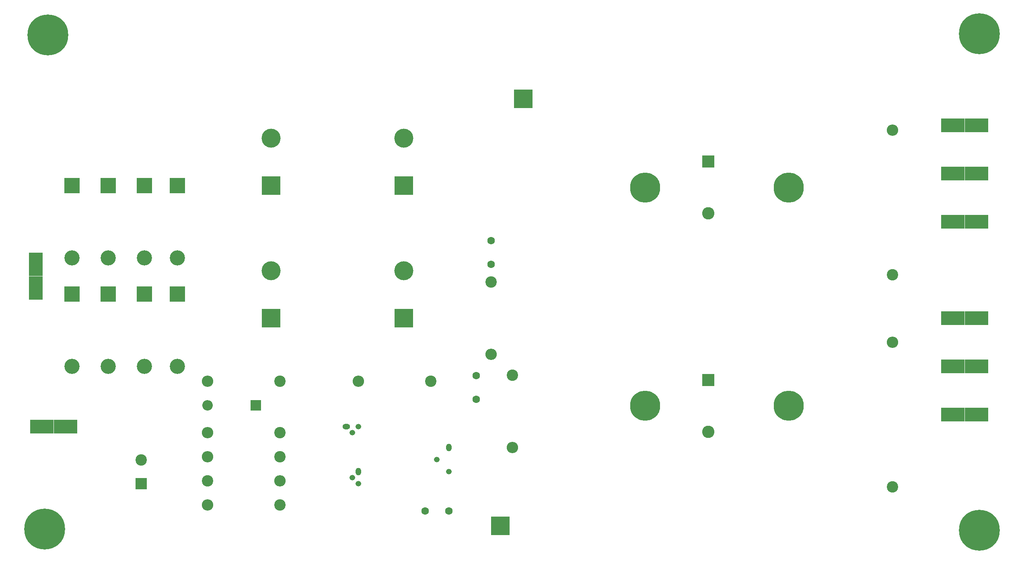
<source format=gbr>
G04 #@! TF.GenerationSoftware,KiCad,Pcbnew,(5.1.6-0)*
G04 #@! TF.CreationDate,2021-07-15T11:48:56+10:00*
G04 #@! TF.ProjectId,EDUC-8 PSU,45445543-2d38-4205-9053-552e6b696361,rev?*
G04 #@! TF.SameCoordinates,Original*
G04 #@! TF.FileFunction,Copper,L1,Top*
G04 #@! TF.FilePolarity,Positive*
%FSLAX46Y46*%
G04 Gerber Fmt 4.6, Leading zero omitted, Abs format (unit mm)*
G04 Created by KiCad (PCBNEW (5.1.6-0)) date 2021-07-15 11:48:56*
%MOMM*%
%LPD*%
G01*
G04 APERTURE LIST*
G04 #@! TA.AperFunction,ComponentPad*
%ADD10O,3.200000X3.200000*%
G04 #@! TD*
G04 #@! TA.AperFunction,ComponentPad*
%ADD11R,3.200000X3.200000*%
G04 #@! TD*
G04 #@! TA.AperFunction,ComponentPad*
%ADD12O,2.200000X2.200000*%
G04 #@! TD*
G04 #@! TA.AperFunction,ComponentPad*
%ADD13R,2.200000X2.200000*%
G04 #@! TD*
G04 #@! TA.AperFunction,ComponentPad*
%ADD14R,3.000000X5.000000*%
G04 #@! TD*
G04 #@! TA.AperFunction,ComponentPad*
%ADD15R,5.000000X3.000000*%
G04 #@! TD*
G04 #@! TA.AperFunction,ComponentPad*
%ADD16C,0.900000*%
G04 #@! TD*
G04 #@! TA.AperFunction,ComponentPad*
%ADD17C,8.600000*%
G04 #@! TD*
G04 #@! TA.AperFunction,ComponentPad*
%ADD18C,6.350000*%
G04 #@! TD*
G04 #@! TA.AperFunction,ComponentPad*
%ADD19C,2.600000*%
G04 #@! TD*
G04 #@! TA.AperFunction,ComponentPad*
%ADD20R,2.600000X2.600000*%
G04 #@! TD*
G04 #@! TA.AperFunction,ComponentPad*
%ADD21O,1.200000X1.200000*%
G04 #@! TD*
G04 #@! TA.AperFunction,ComponentPad*
%ADD22O,1.600000X1.200000*%
G04 #@! TD*
G04 #@! TA.AperFunction,ComponentPad*
%ADD23C,4.000000*%
G04 #@! TD*
G04 #@! TA.AperFunction,ComponentPad*
%ADD24R,4.000000X4.000000*%
G04 #@! TD*
G04 #@! TA.AperFunction,ComponentPad*
%ADD25C,1.600000*%
G04 #@! TD*
G04 #@! TA.AperFunction,ComponentPad*
%ADD26C,2.400000*%
G04 #@! TD*
G04 #@! TA.AperFunction,ComponentPad*
%ADD27R,2.400000X2.400000*%
G04 #@! TD*
G04 #@! TA.AperFunction,ComponentPad*
%ADD28O,1.200000X1.600000*%
G04 #@! TD*
G04 #@! TA.AperFunction,ComponentPad*
%ADD29O,2.400000X2.400000*%
G04 #@! TD*
G04 APERTURE END LIST*
D10*
X40640000Y-121920000D03*
D11*
X40640000Y-106680000D03*
D10*
X62865000Y-121920000D03*
D11*
X62865000Y-106680000D03*
D10*
X40640000Y-99060000D03*
D11*
X40640000Y-83820000D03*
D10*
X62865000Y-99060000D03*
D11*
X62865000Y-83820000D03*
D12*
X69215000Y-130175000D03*
D13*
X79375000Y-130175000D03*
D14*
X33020000Y-100410000D03*
X33020000Y-105410000D03*
D15*
X39290000Y-134620000D03*
X34290000Y-134620000D03*
X231060000Y-71120000D03*
X226060000Y-71120000D03*
X231060000Y-91440000D03*
X226060000Y-91440000D03*
X231060000Y-81280000D03*
X226060000Y-81280000D03*
X231060000Y-132080000D03*
X226060000Y-132080000D03*
X231060000Y-121920000D03*
X226060000Y-121920000D03*
X231060000Y-111760000D03*
X226060000Y-111760000D03*
D16*
X233928419Y-154183581D03*
X231648000Y-153239000D03*
X229367581Y-154183581D03*
X228423000Y-156464000D03*
X229367581Y-158744419D03*
X231648000Y-159689000D03*
X233928419Y-158744419D03*
X234873000Y-156464000D03*
D17*
X231648000Y-156464000D03*
D16*
X233928419Y-49535581D03*
X231648000Y-48591000D03*
X229367581Y-49535581D03*
X228423000Y-51816000D03*
X229367581Y-54096419D03*
X231648000Y-55041000D03*
X233928419Y-54096419D03*
X234873000Y-51816000D03*
D17*
X231648000Y-51816000D03*
D16*
X37840419Y-49789581D03*
X35560000Y-48845000D03*
X33279581Y-49789581D03*
X32335000Y-52070000D03*
X33279581Y-54350419D03*
X35560000Y-55295000D03*
X37840419Y-54350419D03*
X38785000Y-52070000D03*
D17*
X35560000Y-52070000D03*
D16*
X37205419Y-153929581D03*
X34925000Y-152985000D03*
X32644581Y-153929581D03*
X31700000Y-156210000D03*
X32644581Y-158490419D03*
X34925000Y-159435000D03*
X37205419Y-158490419D03*
X38150000Y-156210000D03*
D17*
X34925000Y-156210000D03*
D18*
X191500000Y-130250000D03*
X161300000Y-130250000D03*
D19*
X174600000Y-135720000D03*
D20*
X174600000Y-124800000D03*
D18*
X191500000Y-84250000D03*
X161300000Y-84250000D03*
D19*
X174600000Y-89720000D03*
D20*
X174600000Y-78800000D03*
D21*
X100965000Y-134620000D03*
X99695000Y-135890000D03*
D22*
X98425000Y-134620000D03*
D23*
X110490000Y-101760000D03*
D24*
X110490000Y-111760000D03*
D23*
X82550000Y-101760000D03*
D24*
X82550000Y-111760000D03*
D23*
X82550000Y-73820000D03*
D24*
X82550000Y-83820000D03*
D23*
X110490000Y-73820000D03*
D24*
X110490000Y-83820000D03*
D25*
X125730000Y-123905000D03*
X125730000Y-128905000D03*
X128900000Y-100400000D03*
X128900000Y-95400000D03*
X115015000Y-152400000D03*
X120015000Y-152400000D03*
D26*
X55245000Y-141685000D03*
D27*
X55245000Y-146685000D03*
D10*
X55880000Y-99060000D03*
D11*
X55880000Y-83820000D03*
D10*
X48260000Y-99060000D03*
D11*
X48260000Y-83820000D03*
D10*
X55880000Y-121920000D03*
D11*
X55880000Y-106680000D03*
D10*
X48260000Y-121920000D03*
D11*
X48260000Y-106680000D03*
D24*
X130810000Y-155575000D03*
X135636000Y-65532000D03*
D21*
X120015000Y-144145000D03*
X117475000Y-141605000D03*
D28*
X120015000Y-139065000D03*
D21*
X100965000Y-146685000D03*
X99695000Y-145415000D03*
D28*
X100965000Y-144145000D03*
D29*
X133350000Y-139065000D03*
D26*
X133350000Y-123825000D03*
D29*
X128905000Y-119380000D03*
D26*
X128905000Y-104140000D03*
D29*
X213360000Y-116840000D03*
D26*
X213360000Y-147320000D03*
D29*
X213360000Y-72136000D03*
D26*
X213360000Y-102616000D03*
D29*
X69215000Y-151130000D03*
D26*
X84455000Y-151130000D03*
D29*
X84455000Y-146050000D03*
D26*
X69215000Y-146050000D03*
D29*
X69215000Y-140970000D03*
D26*
X84455000Y-140970000D03*
D29*
X100965000Y-125095000D03*
D26*
X116205000Y-125095000D03*
D29*
X69215000Y-135890000D03*
D26*
X84455000Y-135890000D03*
D29*
X69215000Y-125095000D03*
D26*
X84455000Y-125095000D03*
M02*

</source>
